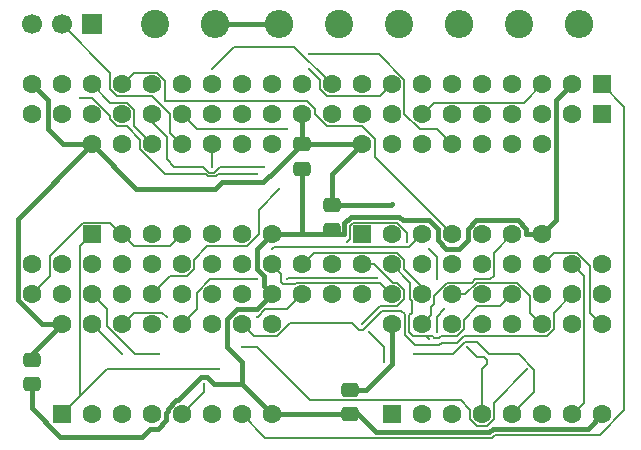
<source format=gbr>
%TF.GenerationSoftware,KiCad,Pcbnew,9.0.1*%
%TF.CreationDate,2025-04-10T22:20:42+03:00*%
%TF.ProjectId,Z80_card,5a38305f-6361-4726-942e-6b696361645f,rev?*%
%TF.SameCoordinates,Original*%
%TF.FileFunction,Copper,L2,Bot*%
%TF.FilePolarity,Positive*%
%FSLAX46Y46*%
G04 Gerber Fmt 4.6, Leading zero omitted, Abs format (unit mm)*
G04 Created by KiCad (PCBNEW 9.0.1) date 2025-04-10 22:20:42*
%MOMM*%
%LPD*%
G01*
G04 APERTURE LIST*
G04 Aperture macros list*
%AMRoundRect*
0 Rectangle with rounded corners*
0 $1 Rounding radius*
0 $2 $3 $4 $5 $6 $7 $8 $9 X,Y pos of 4 corners*
0 Add a 4 corners polygon primitive as box body*
4,1,4,$2,$3,$4,$5,$6,$7,$8,$9,$2,$3,0*
0 Add four circle primitives for the rounded corners*
1,1,$1+$1,$2,$3*
1,1,$1+$1,$4,$5*
1,1,$1+$1,$6,$7*
1,1,$1+$1,$8,$9*
0 Add four rect primitives between the rounded corners*
20,1,$1+$1,$2,$3,$4,$5,0*
20,1,$1+$1,$4,$5,$6,$7,0*
20,1,$1+$1,$6,$7,$8,$9,0*
20,1,$1+$1,$8,$9,$2,$3,0*%
G04 Aperture macros list end*
%TA.AperFunction,ComponentPad*%
%ADD10RoundRect,0.250000X0.550000X-0.550000X0.550000X0.550000X-0.550000X0.550000X-0.550000X-0.550000X0*%
%TD*%
%TA.AperFunction,ComponentPad*%
%ADD11C,1.600000*%
%TD*%
%TA.AperFunction,ComponentPad*%
%ADD12R,1.700000X1.700000*%
%TD*%
%TA.AperFunction,ComponentPad*%
%ADD13C,1.700000*%
%TD*%
%TA.AperFunction,ComponentPad*%
%ADD14C,2.400000*%
%TD*%
%TA.AperFunction,ComponentPad*%
%ADD15O,2.400000X2.400000*%
%TD*%
%TA.AperFunction,ComponentPad*%
%ADD16RoundRect,0.250000X-0.550000X0.550000X-0.550000X-0.550000X0.550000X-0.550000X0.550000X0.550000X0*%
%TD*%
%TA.AperFunction,SMDPad,CuDef*%
%ADD17RoundRect,0.250000X-0.475000X0.337500X-0.475000X-0.337500X0.475000X-0.337500X0.475000X0.337500X0*%
%TD*%
%TA.AperFunction,SMDPad,CuDef*%
%ADD18RoundRect,0.250000X0.475000X-0.337500X0.475000X0.337500X-0.475000X0.337500X-0.475000X-0.337500X0*%
%TD*%
%TA.AperFunction,ViaPad*%
%ADD19C,0.300000*%
%TD*%
%TA.AperFunction,Conductor*%
%ADD20C,0.400000*%
%TD*%
%TA.AperFunction,Conductor*%
%ADD21C,0.200000*%
%TD*%
G04 APERTURE END LIST*
D10*
%TO.P,D1,1,A*%
%TO.N,Net-(D1A-A)*%
X55880000Y-58420000D03*
D11*
%TO.P,D1,2,B*%
%TO.N,Net-(D1A-B)*%
X58420000Y-58420000D03*
%TO.P,D1,3,Y*%
%TO.N,/BLUE*%
X60960000Y-58420000D03*
%TO.P,D1,4,A*%
%TO.N,Net-(D1A-B)*%
X63500000Y-58420000D03*
%TO.P,D1,5,B*%
%TO.N,Net-(D1B-B)*%
X66040000Y-58420000D03*
%TO.P,D1,6,Y*%
%TO.N,unconnected-(D1B-Y-Pad6)*%
X68580000Y-58420000D03*
%TO.P,D1,7,GND*%
%TO.N,GND*%
X71120000Y-58420000D03*
%TO.P,D1,8,Y*%
%TO.N,/RED*%
X71120000Y-50800000D03*
%TO.P,D1,9,A*%
%TO.N,/~{WR}*%
X68580000Y-50800000D03*
%TO.P,D1,10,B*%
%TO.N,Net-(D1B-B)*%
X66040000Y-50800000D03*
%TO.P,D1,11,Y*%
%TO.N,/YELLOW*%
X63500000Y-50800000D03*
%TO.P,D1,12,A*%
%TO.N,/~{WR}*%
X60960000Y-50800000D03*
%TO.P,D1,13,B*%
%TO.N,Net-(D1A-A)*%
X58420000Y-50800000D03*
%TO.P,D1,14,VCC*%
%TO.N,+5V*%
X55880000Y-50800000D03*
%TD*%
D10*
%TO.P,D4,1,SEL*%
%TO.N,Net-(D1A-A)*%
X53340000Y-73660000D03*
D11*
%TO.P,D4,2,1A*%
%TO.N,/A3*%
X55880000Y-73660000D03*
%TO.P,D4,3,1B*%
%TO.N,/_A11*%
X58420000Y-73660000D03*
%TO.P,D4,4,1Y*%
%TO.N,/A11*%
X60960000Y-73660000D03*
%TO.P,D4,5,2A*%
%TO.N,/A2*%
X63500000Y-73660000D03*
%TO.P,D4,6,2B*%
%TO.N,/_A10*%
X66040000Y-73660000D03*
%TO.P,D4,7,2Y*%
%TO.N,/A10*%
X68580000Y-73660000D03*
%TO.P,D4,8,GND*%
%TO.N,GND*%
X71120000Y-73660000D03*
%TO.P,D4,9,3Y*%
%TO.N,/A9*%
X71120000Y-66040000D03*
%TO.P,D4,10,3B*%
%TO.N,/_A9*%
X68580000Y-66040000D03*
%TO.P,D4,11,3A*%
%TO.N,/A1*%
X66040000Y-66040000D03*
%TO.P,D4,12,4Y*%
%TO.N,/A8*%
X63500000Y-66040000D03*
%TO.P,D4,13,4B*%
%TO.N,/_A8*%
X60960000Y-66040000D03*
%TO.P,D4,14,4A*%
%TO.N,/A0*%
X58420000Y-66040000D03*
%TO.P,D4,15,~{OE}*%
%TO.N,/_HLDA*%
X55880000Y-66040000D03*
%TO.P,D4,16,VCC*%
%TO.N,+5V*%
X53340000Y-66040000D03*
%TD*%
D12*
%TO.P,J2,1,Pin_1*%
%TO.N,/RED*%
X55880000Y-40640000D03*
D13*
%TO.P,J2,2,Pin_2*%
%TO.N,/YELLOW*%
X53340000Y-40640000D03*
%TO.P,J2,3,Pin_3*%
%TO.N,/BLUE*%
X50800000Y-40640000D03*
%TD*%
D10*
%TO.P,D3,1,SEL*%
%TO.N,Net-(D1A-A)*%
X81280000Y-73660000D03*
D11*
%TO.P,D3,2,1A*%
%TO.N,/A7*%
X83820000Y-73660000D03*
%TO.P,D3,3,1B*%
%TO.N,/_A15*%
X86360000Y-73660000D03*
%TO.P,D3,4,1Y*%
%TO.N,/A15*%
X88900000Y-73660000D03*
%TO.P,D3,5,2A*%
%TO.N,/A6*%
X91440000Y-73660000D03*
%TO.P,D3,6,2B*%
%TO.N,/_A14*%
X93980000Y-73660000D03*
%TO.P,D3,7,2Y*%
%TO.N,/A14*%
X96520000Y-73660000D03*
%TO.P,D3,8,GND*%
%TO.N,GND*%
X99060000Y-73660000D03*
%TO.P,D3,9,3Y*%
%TO.N,/A13*%
X99060000Y-66040000D03*
%TO.P,D3,10,3B*%
%TO.N,/_A13*%
X96520000Y-66040000D03*
%TO.P,D3,11,3A*%
%TO.N,/A5*%
X93980000Y-66040000D03*
%TO.P,D3,12,4Y*%
%TO.N,/A12*%
X91440000Y-66040000D03*
%TO.P,D3,13,4B*%
%TO.N,/_A12*%
X88900000Y-66040000D03*
%TO.P,D3,14,4A*%
%TO.N,/A4*%
X86360000Y-66040000D03*
%TO.P,D3,15,~{OE}*%
%TO.N,/_HLDA*%
X83820000Y-66040000D03*
%TO.P,D3,16,VCC*%
%TO.N,+5V*%
X81280000Y-66040000D03*
%TD*%
D14*
%TO.P,R2,1,TOP*%
%TO.N,+5V*%
X92075000Y-40640000D03*
D15*
%TO.P,R2,2,BOT*%
%TO.N,/CLK*%
X97155000Y-40640000D03*
%TD*%
D14*
%TO.P,R1,1,TOP*%
%TO.N,Net-(R1-TOP)*%
X76835000Y-40640000D03*
D15*
%TO.P,R1,2,BOT*%
%TO.N,+5V*%
X71755000Y-40640000D03*
%TD*%
D14*
%TO.P,R3,1,TOP*%
%TO.N,Net-(D1B-B)*%
X81915000Y-40640000D03*
D15*
%TO.P,R3,2,BOT*%
%TO.N,+5V*%
X86995000Y-40640000D03*
%TD*%
D16*
%TO.P,J1,1,Pin_1*%
%TO.N,/A10*%
X99060000Y-45720000D03*
D11*
%TO.P,J1,2,Pin_2*%
%TO.N,GND*%
X96520000Y-45720000D03*
%TO.P,J1,3,Pin_3*%
%TO.N,/D4*%
X93980000Y-45720000D03*
%TO.P,J1,4,Pin_4*%
%TO.N,/D5*%
X91440000Y-45720000D03*
%TO.P,J1,5,Pin_5*%
%TO.N,/D6*%
X88900000Y-45720000D03*
%TO.P,J1,6,Pin_6*%
%TO.N,/D7*%
X86360000Y-45720000D03*
%TO.P,J1,7,Pin_7*%
%TO.N,/D3*%
X83820000Y-45720000D03*
%TO.P,J1,8,Pin_8*%
%TO.N,/D2*%
X81280000Y-45720000D03*
%TO.P,J1,9,Pin_9*%
%TO.N,/D1*%
X78740000Y-45720000D03*
%TO.P,J1,10,Pin_10*%
%TO.N,/D0*%
X76200000Y-45720000D03*
%TO.P,J1,11,Pin_11*%
%TO.N,/-5V*%
X73660000Y-45720000D03*
%TO.P,J1,12,Pin_12*%
%TO.N,/RESET*%
X71120000Y-45720000D03*
%TO.P,J1,13,Pin_13*%
%TO.N,/HLD*%
X68580000Y-45720000D03*
%TO.P,J1,14,Pin_14*%
%TO.N,/INT*%
X66040000Y-45720000D03*
%TO.P,J1,15,Pin_15*%
%TO.N,/C2*%
X63500000Y-45720000D03*
%TO.P,J1,16,Pin_16*%
%TO.N,/INTE*%
X60960000Y-45720000D03*
%TO.P,J1,17,Pin_17*%
%TO.N,/DBIN*%
X58420000Y-45720000D03*
%TO.P,J1,18,Pin_18*%
%TO.N,/~{WR}*%
X55880000Y-45720000D03*
%TO.P,J1,19,Pin_19*%
%TO.N,/SYN*%
X53340000Y-45720000D03*
%TO.P,J1,20,Pin_20*%
%TO.N,+5V*%
X50800000Y-45720000D03*
%TO.P,J1,21,Pin_21*%
%TO.N,/_HLDA*%
X50800000Y-60960000D03*
%TO.P,J1,22,Pin_22*%
%TO.N,/C1*%
X53340000Y-60960000D03*
%TO.P,J1,23,Pin_23*%
%TO.N,/RDY*%
X55880000Y-60960000D03*
%TO.P,J1,24,Pin_24*%
%TO.N,/WI*%
X58420000Y-60960000D03*
%TO.P,J1,25,Pin_25*%
%TO.N,/A0*%
X60960000Y-60960000D03*
%TO.P,J1,26,Pin_26*%
%TO.N,/A1*%
X63500000Y-60960000D03*
%TO.P,J1,27,Pin_27*%
%TO.N,/A2*%
X66040000Y-60960000D03*
%TO.P,J1,28,Pin_28*%
%TO.N,/+12V*%
X68580000Y-60960000D03*
%TO.P,J1,29,Pin_29*%
%TO.N,/A3*%
X71120000Y-60960000D03*
%TO.P,J1,30,Pin_30*%
%TO.N,/A4*%
X73660000Y-60960000D03*
%TO.P,J1,31,Pin_31*%
%TO.N,/A5*%
X76200000Y-60960000D03*
%TO.P,J1,32,Pin_32*%
%TO.N,/A6*%
X78740000Y-60960000D03*
%TO.P,J1,33,Pin_33*%
%TO.N,/A7*%
X81280000Y-60960000D03*
%TO.P,J1,34,Pin_34*%
%TO.N,/A8*%
X83820000Y-60960000D03*
%TO.P,J1,35,Pin_35*%
%TO.N,/A9*%
X86360000Y-60960000D03*
%TO.P,J1,36,Pin_36*%
%TO.N,/A15*%
X88900000Y-60960000D03*
%TO.P,J1,37,Pin_37*%
%TO.N,/A12*%
X91440000Y-60960000D03*
%TO.P,J1,38,Pin_38*%
%TO.N,/A13*%
X93980000Y-60960000D03*
%TO.P,J1,39,Pin_39*%
%TO.N,/A14*%
X96520000Y-60960000D03*
%TO.P,J1,40,Pin_40*%
%TO.N,/A11*%
X99060000Y-60960000D03*
%TD*%
D14*
%TO.P,R4,1,TOP*%
%TO.N,Net-(D1A-A)*%
X61260000Y-40640000D03*
D15*
%TO.P,R4,2,BOT*%
%TO.N,+5V*%
X66340000Y-40640000D03*
%TD*%
D16*
%TO.P,U1,1,A11*%
%TO.N,/_A11*%
X99060000Y-48260000D03*
D11*
%TO.P,U1,2,A12*%
%TO.N,/_A12*%
X96520000Y-48260000D03*
%TO.P,U1,3,A13*%
%TO.N,/_A13*%
X93980000Y-48260000D03*
%TO.P,U1,4,A14*%
%TO.N,/_A14*%
X91440000Y-48260000D03*
%TO.P,U1,5,A15*%
%TO.N,/_A15*%
X88900000Y-48260000D03*
%TO.P,U1,6,CLK*%
%TO.N,/CLK*%
X86360000Y-48260000D03*
%TO.P,U1,7,D4*%
%TO.N,/D4*%
X83820000Y-48260000D03*
%TO.P,U1,8,D3*%
%TO.N,/D3*%
X81280000Y-48260000D03*
%TO.P,U1,9,D5*%
%TO.N,/D5*%
X78740000Y-48260000D03*
%TO.P,U1,10,D6*%
%TO.N,/D6*%
X76200000Y-48260000D03*
%TO.P,U1,11,VCC*%
%TO.N,+5V*%
X73660000Y-48260000D03*
%TO.P,U1,12,D2*%
%TO.N,/D2*%
X71120000Y-48260000D03*
%TO.P,U1,13,D7*%
%TO.N,/D7*%
X68580000Y-48260000D03*
%TO.P,U1,14,D0*%
%TO.N,/D0*%
X66040000Y-48260000D03*
%TO.P,U1,15,D1*%
%TO.N,/D1*%
X63500000Y-48260000D03*
%TO.P,U1,16,~{INT}*%
%TO.N,Net-(D2A-Y)*%
X60960000Y-48260000D03*
%TO.P,U1,17,~{NMI}*%
%TO.N,Net-(R1-TOP)*%
X58420000Y-48260000D03*
%TO.P,U1,18,~{HALT}*%
%TO.N,unconnected-(U1-~{HALT}-Pad18)*%
X55880000Y-48260000D03*
%TO.P,U1,19,~{MREQ}*%
%TO.N,Net-(D1B-B)*%
X53340000Y-48260000D03*
%TO.P,U1,20,~{IORQ}*%
%TO.N,Net-(D1A-A)*%
X50800000Y-48260000D03*
%TO.P,U1,21,~{RD}*%
%TO.N,Net-(D1A-B)*%
X50800000Y-63500000D03*
%TO.P,U1,22,~{WR}*%
%TO.N,/~{WR}*%
X53340000Y-63500000D03*
%TO.P,U1,23,~{BUSACK}*%
%TO.N,Net-(D2C-A)*%
X55880000Y-63500000D03*
%TO.P,U1,24,~{WAIT}*%
%TO.N,/RDY*%
X58420000Y-63500000D03*
%TO.P,U1,25,~{BUSREQ}*%
%TO.N,Net-(D2F-Y)*%
X60960000Y-63500000D03*
%TO.P,U1,26,~{RESET}*%
%TO.N,/~{RESET}*%
X63500000Y-63500000D03*
%TO.P,U1,27,~{M1}*%
%TO.N,unconnected-(U1-~{M1}-Pad27)*%
X66040000Y-63500000D03*
%TO.P,U1,28,~{RFSH}*%
%TO.N,unconnected-(U1-~{RFSH}-Pad28)*%
X68580000Y-63500000D03*
%TO.P,U1,29,GND*%
%TO.N,GND*%
X71120000Y-63500000D03*
%TO.P,U1,30,A0*%
%TO.N,/A0*%
X73660000Y-63500000D03*
%TO.P,U1,31,A1*%
%TO.N,/A1*%
X76200000Y-63500000D03*
%TO.P,U1,32,A2*%
%TO.N,/A2*%
X78740000Y-63500000D03*
%TO.P,U1,33,A3*%
%TO.N,/A3*%
X81280000Y-63500000D03*
%TO.P,U1,34,A4*%
%TO.N,/A4*%
X83820000Y-63500000D03*
%TO.P,U1,35,A5*%
%TO.N,/A5*%
X86360000Y-63500000D03*
%TO.P,U1,36,A6*%
%TO.N,/A6*%
X88900000Y-63500000D03*
%TO.P,U1,37,A7*%
%TO.N,/A7*%
X91440000Y-63500000D03*
%TO.P,U1,38,A8*%
%TO.N,/_A8*%
X93980000Y-63500000D03*
%TO.P,U1,39,A9*%
%TO.N,/_A9*%
X96520000Y-63500000D03*
%TO.P,U1,40,A10*%
%TO.N,/_A10*%
X99060000Y-63500000D03*
%TD*%
D10*
%TO.P,D2,1,A*%
%TO.N,/INT*%
X78740000Y-58420000D03*
D11*
%TO.P,D2,2,Y*%
%TO.N,Net-(D2A-Y)*%
X81280000Y-58420000D03*
%TO.P,D2,3,A*%
%TO.N,Net-(D1A-B)*%
X83820000Y-58420000D03*
%TO.P,D2,4,Y*%
%TO.N,/DBIN*%
X86360000Y-58420000D03*
%TO.P,D2,5,A*%
%TO.N,Net-(D2C-A)*%
X88900000Y-58420000D03*
%TO.P,D2,6,Y*%
%TO.N,/_HLDA*%
X91440000Y-58420000D03*
%TO.P,D2,7,GND*%
%TO.N,GND*%
X93980000Y-58420000D03*
%TO.P,D2,8,Y*%
%TO.N,unconnected-(D2D-Y-Pad8)*%
X93980000Y-50800000D03*
%TO.P,D2,9,A*%
%TO.N,unconnected-(D2D-A-Pad9)*%
X91440000Y-50800000D03*
%TO.P,D2,10,Y*%
%TO.N,/~{RESET}*%
X88900000Y-50800000D03*
%TO.P,D2,11,A*%
%TO.N,/RESET*%
X86360000Y-50800000D03*
%TO.P,D2,12,Y*%
%TO.N,Net-(D2F-Y)*%
X83820000Y-50800000D03*
%TO.P,D2,13,A*%
%TO.N,/HLD*%
X81280000Y-50800000D03*
%TO.P,D2,14,VCC*%
%TO.N,+5V*%
X78740000Y-50800000D03*
%TD*%
D17*
%TO.P,C3,1*%
%TO.N,+5V*%
X50800000Y-69045000D03*
%TO.P,C3,2*%
%TO.N,GND*%
X50800000Y-71120000D03*
%TD*%
D18*
%TO.P,C1,1*%
%TO.N,GND*%
X73660000Y-52875000D03*
%TO.P,C1,2*%
%TO.N,+5V*%
X73660000Y-50800000D03*
%TD*%
D17*
%TO.P,C4,1*%
%TO.N,+5V*%
X77702500Y-71585000D03*
%TO.P,C4,2*%
%TO.N,GND*%
X77702500Y-73660000D03*
%TD*%
%TO.P,C2,1*%
%TO.N,+5V*%
X76200000Y-55962500D03*
%TO.P,C2,2*%
%TO.N,GND*%
X76200000Y-58037500D03*
%TD*%
D19*
%TO.N,+5V*%
X81280000Y-55880000D03*
%TO.N,Net-(D1B-B)*%
X66040000Y-52705000D03*
%TO.N,Net-(D1A-A)*%
X66675000Y-69850000D03*
%TO.N,/D1*%
X72390000Y-49530000D03*
%TO.N,/RESET*%
X74295000Y-43180000D03*
%TO.N,/A15*%
X87630000Y-67945000D03*
%TO.N,/A8*%
X72390000Y-62230000D03*
X69850000Y-62230000D03*
X80010000Y-62097000D03*
%TO.N,/D0*%
X66040000Y-44450000D03*
%TO.N,/_HLDA*%
X58420000Y-68580000D03*
%TO.N,/D2*%
X74295000Y-44450000D03*
%TO.N,/A7*%
X84455000Y-67310000D03*
%TO.N,/A6*%
X83185000Y-68580000D03*
X80645000Y-69215000D03*
X78740000Y-66040000D03*
X79375000Y-66675000D03*
X88900000Y-67945000D03*
%TO.N,/A2*%
X65405000Y-71120000D03*
%TO.N,/A5*%
X85090000Y-62230000D03*
X84455000Y-59690000D03*
X82550000Y-59055000D03*
X77470000Y-59055000D03*
X76200000Y-60960000D03*
%TO.N,/A0*%
X62230000Y-65405000D03*
X69850000Y-65405000D03*
%TO.N,/_A8*%
X68580000Y-67945000D03*
X92710000Y-69850000D03*
%TO.N,Net-(D1A-B)*%
X71120000Y-59690000D03*
%TO.N,Net-(D2F-Y)*%
X71755000Y-54610000D03*
%TO.N,Net-(D2A-Y)*%
X70485000Y-52705000D03*
%TO.N,Net-(D2C-A)*%
X85090000Y-66675000D03*
X85725000Y-64770000D03*
X61595000Y-68580000D03*
%TO.N,/RED*%
X54846741Y-46857152D03*
X69850000Y-53340000D03*
%TD*%
D20*
%TO.N,+5V*%
X70412894Y-53975000D02*
X66888529Y-53975000D01*
X49599000Y-57081000D02*
X49599000Y-63997471D01*
X76200000Y-55962500D02*
X81197500Y-55962500D01*
X51641529Y-66040000D02*
X53340000Y-66040000D01*
X79123529Y-71585000D02*
X81280000Y-69428529D01*
X50800000Y-45720000D02*
X52139000Y-47059000D01*
X73660000Y-50800000D02*
X73660000Y-48260000D01*
X81197500Y-55962500D02*
X81280000Y-55880000D01*
X71755000Y-40640000D02*
X66340000Y-40640000D01*
X77702500Y-71585000D02*
X79123529Y-71585000D01*
X59655000Y-54575000D02*
X55880000Y-50800000D01*
X73660000Y-50800000D02*
X70985000Y-53475000D01*
X76200000Y-55962500D02*
X76200000Y-53340000D01*
X66288529Y-54575000D02*
X59655000Y-54575000D01*
X55880000Y-50800000D02*
X49599000Y-57081000D01*
X66888529Y-53975000D02*
X66288529Y-54575000D01*
X50800000Y-68580000D02*
X50800000Y-69045000D01*
X76200000Y-53340000D02*
X78740000Y-50800000D01*
X52139000Y-47059000D02*
X52139000Y-49461000D01*
X52139000Y-49461000D02*
X53478000Y-50800000D01*
X70985000Y-53475000D02*
X70912894Y-53475000D01*
X73660000Y-50800000D02*
X78740000Y-50800000D01*
X49599000Y-63997471D02*
X51641529Y-66040000D01*
X81280000Y-69428529D02*
X81280000Y-66040000D01*
X53478000Y-50800000D02*
X55880000Y-50800000D01*
X70912894Y-53475000D02*
X70412894Y-53975000D01*
X53340000Y-66040000D02*
X50800000Y-68580000D01*
D21*
%TO.N,Net-(D1B-B)*%
X66040000Y-52705000D02*
X66040000Y-50800000D01*
%TO.N,Net-(D1A-A)*%
X57150000Y-69850000D02*
X53340000Y-73660000D01*
X66675000Y-69850000D02*
X57150000Y-69850000D01*
X53340000Y-73660000D02*
X54879000Y-72121000D01*
X54879000Y-72121000D02*
X54879000Y-59421000D01*
X54879000Y-59421000D02*
X55880000Y-58420000D01*
%TO.N,/A13*%
X98059000Y-61083372D02*
X98059000Y-65039000D01*
X96934628Y-59959000D02*
X98059000Y-61083372D01*
X94981000Y-59959000D02*
X96934628Y-59959000D01*
X98059000Y-65039000D02*
X99060000Y-66040000D01*
X93980000Y-60960000D02*
X94981000Y-59959000D01*
%TO.N,/D1*%
X64770000Y-49530000D02*
X72390000Y-49530000D01*
X63500000Y-48260000D02*
X64770000Y-49530000D01*
D20*
%TO.N,GND*%
X68580000Y-71120000D02*
X66253529Y-71120000D01*
X88402529Y-57219000D02*
X91937471Y-57219000D01*
X82201734Y-57219000D02*
X84450480Y-57219000D01*
X62161000Y-73515471D02*
X62161000Y-74157471D01*
X81901734Y-56919000D02*
X82201734Y-57219000D01*
X79928500Y-75161000D02*
X89521735Y-75161000D01*
X70450000Y-61981471D02*
X69850000Y-61381471D01*
X75817500Y-58420000D02*
X76200000Y-58037500D01*
X85159000Y-57927520D02*
X85159000Y-58917471D01*
X95181000Y-57219000D02*
X95181000Y-47059000D01*
X85862529Y-59621000D02*
X86995471Y-59621000D01*
X76582500Y-58420000D02*
X77239000Y-58420000D01*
X66253529Y-71120000D02*
X65653529Y-70520000D01*
X84450480Y-57219000D02*
X85159000Y-57927520D01*
X77239000Y-58420000D02*
X77239000Y-57469156D01*
X97859000Y-74861000D02*
X99060000Y-73660000D01*
X62299000Y-73162529D02*
X62299000Y-73377471D01*
X60111471Y-75565000D02*
X53217420Y-75565000D01*
X69850000Y-64770000D02*
X71120000Y-63500000D01*
X92641000Y-58420000D02*
X93980000Y-58420000D01*
X76200000Y-58037500D02*
X76582500Y-58420000D01*
X91937471Y-57219000D02*
X92641000Y-57922529D01*
X95181000Y-47059000D02*
X96520000Y-45720000D01*
X67310000Y-65611529D02*
X68151529Y-64770000D01*
X77789156Y-56919000D02*
X81901734Y-56919000D01*
X87699000Y-58917471D02*
X87699000Y-57922529D01*
X65156471Y-70520000D02*
X63217471Y-72459000D01*
X71120000Y-58420000D02*
X73660000Y-58420000D01*
X73660000Y-58420000D02*
X75817500Y-58420000D01*
X70450000Y-62830000D02*
X70450000Y-61981471D01*
X77702500Y-73660000D02*
X78427500Y-73660000D01*
X68580000Y-71120000D02*
X68580000Y-69215000D01*
X67310000Y-67945000D02*
X67310000Y-65611529D01*
X85159000Y-58917471D02*
X85862529Y-59621000D01*
X62299000Y-73377471D02*
X62161000Y-73515471D01*
X60815471Y-74861000D02*
X60111471Y-75565000D01*
X63217471Y-72459000D02*
X63002529Y-72459000D01*
X61457471Y-74861000D02*
X60815471Y-74861000D01*
X63002529Y-72459000D02*
X62299000Y-73162529D01*
X69850000Y-61381471D02*
X69850000Y-59690000D01*
X73660000Y-58420000D02*
X73660000Y-52875000D01*
X93980000Y-58420000D02*
X95181000Y-57219000D01*
X69850000Y-59690000D02*
X71120000Y-58420000D01*
X87699000Y-57922529D02*
X88402529Y-57219000D01*
X77239000Y-57469156D02*
X77789156Y-56919000D01*
X68151529Y-64770000D02*
X69850000Y-64770000D01*
X65653529Y-70520000D02*
X65156471Y-70520000D01*
X92641000Y-57922529D02*
X92641000Y-58420000D01*
X53217420Y-75565000D02*
X50800000Y-73147580D01*
X89521735Y-75161000D02*
X89821734Y-74861000D01*
X62161000Y-74157471D02*
X61457471Y-74861000D01*
X89821734Y-74861000D02*
X97859000Y-74861000D01*
X86995471Y-59621000D02*
X87699000Y-58917471D01*
X71120000Y-63500000D02*
X70450000Y-62830000D01*
X78427500Y-73660000D02*
X79928500Y-75161000D01*
X68580000Y-69215000D02*
X67310000Y-67945000D01*
X71120000Y-73660000D02*
X77702500Y-73660000D01*
X68580000Y-71120000D02*
X71120000Y-73660000D01*
X50800000Y-73147580D02*
X50800000Y-71120000D01*
D21*
%TO.N,/RESET*%
X83674372Y-49530000D02*
X85090000Y-49530000D01*
X74295000Y-43180000D02*
X80155628Y-43180000D01*
X82329628Y-45354000D02*
X82329628Y-48185256D01*
X82329628Y-48185256D02*
X83674372Y-49530000D01*
X85090000Y-49530000D02*
X86360000Y-50800000D01*
X80155628Y-43180000D02*
X82329628Y-45354000D01*
%TO.N,/A15*%
X89300000Y-69380685D02*
X88900000Y-69780685D01*
X89300000Y-69049315D02*
X89300000Y-69380685D01*
X88900000Y-69780685D02*
X88900000Y-73660000D01*
X87630000Y-67945000D02*
X88500000Y-68815000D01*
X88500000Y-68815000D02*
X89065685Y-68815000D01*
X89065685Y-68815000D02*
X89300000Y-69049315D01*
%TO.N,/A8*%
X65894372Y-62230000D02*
X64770000Y-63354372D01*
X80010000Y-62097000D02*
X72523000Y-62097000D01*
X64770000Y-63354372D02*
X64770000Y-64770000D01*
X64770000Y-64770000D02*
X63500000Y-66040000D01*
X69850000Y-62230000D02*
X65894372Y-62230000D01*
X72523000Y-62097000D02*
X72390000Y-62230000D01*
%TO.N,/~{WR}*%
X59421000Y-47845372D02*
X59421000Y-49261000D01*
X58834628Y-47259000D02*
X59421000Y-47845372D01*
X59421000Y-49261000D02*
X60960000Y-50800000D01*
X57419000Y-47259000D02*
X58834628Y-47259000D01*
X55880000Y-45720000D02*
X57419000Y-47259000D01*
%TO.N,/D0*%
X73025000Y-42545000D02*
X67945000Y-42545000D01*
X76200000Y-45720000D02*
X73025000Y-42545000D01*
X67945000Y-42545000D02*
X66040000Y-44450000D01*
%TO.N,/_HLDA*%
X84619999Y-64532894D02*
X84619999Y-65240001D01*
X88061108Y-62499000D02*
X85945372Y-62499000D01*
X88361108Y-62199000D02*
X88061108Y-62499000D01*
X58420000Y-68580000D02*
X55880000Y-66040000D01*
X85945372Y-62499000D02*
X84821000Y-63623372D01*
X89614628Y-62199000D02*
X88361108Y-62199000D01*
X89901000Y-61912628D02*
X89614628Y-62199000D01*
X84821000Y-63623372D02*
X84821000Y-64331893D01*
X84821000Y-64331893D02*
X84619999Y-64532894D01*
X84619999Y-65240001D02*
X83820000Y-66040000D01*
X91440000Y-58420000D02*
X89901000Y-59959000D01*
X89901000Y-59959000D02*
X89901000Y-61912628D01*
%TO.N,/D2*%
X80279000Y-46721000D02*
X81280000Y-45720000D01*
X75199000Y-46134628D02*
X75785372Y-46721000D01*
X74295000Y-44450000D02*
X75199000Y-45354000D01*
X75785372Y-46721000D02*
X80279000Y-46721000D01*
X75199000Y-45354000D02*
X75199000Y-46134628D01*
%TO.N,/A7*%
X87361000Y-65625372D02*
X88485372Y-64501000D01*
X90439000Y-64501000D02*
X91440000Y-63500000D01*
X84234628Y-67041000D02*
X84748893Y-67041000D01*
X82819000Y-63914628D02*
X82819000Y-62499000D01*
X84234628Y-67089628D02*
X84455000Y-67310000D01*
X85431107Y-67041000D02*
X86774628Y-67041000D01*
X84882893Y-67175000D02*
X85297107Y-67175000D01*
X82950000Y-64045628D02*
X82819000Y-63914628D01*
X84234628Y-67041000D02*
X83093736Y-67041000D01*
X84234628Y-67041000D02*
X84234628Y-67089628D01*
X88485372Y-64501000D02*
X90439000Y-64501000D01*
X85297107Y-67175000D02*
X85431107Y-67041000D01*
X84748893Y-67041000D02*
X84882893Y-67175000D01*
X86774628Y-67041000D02*
X87361000Y-66454628D01*
X87361000Y-66454628D02*
X87361000Y-65625372D01*
X83093736Y-67041000D02*
X82755401Y-66702665D01*
X82755401Y-66702665D02*
X82755401Y-65270000D01*
X82819000Y-62499000D02*
X81280000Y-60960000D01*
X82755401Y-65270000D02*
X82950000Y-65075401D01*
X82950000Y-65075401D02*
X82950000Y-64045628D01*
%TO.N,/A3*%
X71919999Y-62467106D02*
X72082893Y-62630000D01*
X73114372Y-62630000D02*
X73245372Y-62499000D01*
X71919999Y-61759999D02*
X71919999Y-62467106D01*
X72082893Y-62630000D02*
X73114372Y-62630000D01*
X71120000Y-60960000D02*
X71919999Y-61759999D01*
X73245372Y-62499000D02*
X80279000Y-62499000D01*
X80279000Y-62499000D02*
X81280000Y-63500000D01*
%TO.N,/A10*%
X70581000Y-75661000D02*
X68580000Y-73660000D01*
X100965000Y-73312050D02*
X98915050Y-75362000D01*
X99060000Y-45720000D02*
X100965000Y-47625000D01*
X89728842Y-75661000D02*
X70581000Y-75661000D01*
X100965000Y-47625000D02*
X100965000Y-73312050D01*
X98915050Y-75362000D02*
X90027841Y-75362000D01*
X90027841Y-75362000D02*
X89728842Y-75661000D01*
%TO.N,/A6*%
X81694628Y-62499000D02*
X82281000Y-63085372D01*
X83185000Y-68580000D02*
X86427900Y-68580000D01*
X93345000Y-71755000D02*
X93345000Y-69917900D01*
X86427900Y-68580000D02*
X87463900Y-67544000D01*
X82281000Y-63914628D02*
X81694628Y-64501000D01*
X89535000Y-68580000D02*
X88900000Y-67945000D01*
X80645000Y-67945000D02*
X79375000Y-66675000D01*
X91440000Y-73660000D02*
X93345000Y-71755000D01*
X92007100Y-68580000D02*
X89535000Y-68580000D01*
X81339678Y-62499000D02*
X81694628Y-62499000D01*
X87463900Y-67544000D02*
X88499000Y-67544000D01*
X78740000Y-60960000D02*
X79800678Y-60960000D01*
X82281000Y-63085372D02*
X82281000Y-63914628D01*
X80645000Y-67945000D02*
X80645000Y-69215000D01*
X93345000Y-69917900D02*
X92007100Y-68580000D01*
X81694628Y-64501000D02*
X80279000Y-64501000D01*
X79800678Y-60960000D02*
X81339678Y-62499000D01*
X80279000Y-64501000D02*
X78740000Y-66040000D01*
X88499000Y-67544000D02*
X88900000Y-67945000D01*
%TO.N,/A2*%
X65405000Y-71755000D02*
X65405000Y-71120000D01*
X63500000Y-73660000D02*
X65405000Y-71755000D01*
%TO.N,/A14*%
X96520000Y-60960000D02*
X97521000Y-61961000D01*
X97521000Y-61961000D02*
X97521000Y-72659000D01*
X97521000Y-72659000D02*
X96520000Y-73660000D01*
%TO.N,/D4*%
X83820000Y-48260000D02*
X84821000Y-47259000D01*
X84821000Y-47259000D02*
X92441000Y-47259000D01*
X92441000Y-47259000D02*
X93980000Y-45720000D01*
%TO.N,/A4*%
X74661000Y-59959000D02*
X73660000Y-60960000D01*
X83820000Y-63500000D02*
X83820000Y-62913628D01*
X82281000Y-60545372D02*
X81694628Y-59959000D01*
X81694628Y-59959000D02*
X74661000Y-59959000D01*
X83820000Y-62913628D02*
X82281000Y-61374628D01*
X82281000Y-61374628D02*
X82281000Y-60545372D01*
%TO.N,/A5*%
X81694628Y-57419000D02*
X82550000Y-58274372D01*
X85090000Y-60325000D02*
X85090000Y-62230000D01*
X88485372Y-62499000D02*
X91854628Y-62499000D01*
X77739000Y-58786000D02*
X77739000Y-57677676D01*
X77739000Y-57677676D02*
X77997676Y-57419000D01*
X77470000Y-59055000D02*
X77739000Y-58786000D01*
X86360000Y-63500000D02*
X87484372Y-63500000D01*
X92979000Y-65039000D02*
X93980000Y-66040000D01*
X84455000Y-59690000D02*
X85090000Y-60325000D01*
X77997676Y-57419000D02*
X81694628Y-57419000D01*
X87484372Y-63500000D02*
X88485372Y-62499000D01*
X92979000Y-63623372D02*
X92979000Y-65039000D01*
X91854628Y-62499000D02*
X92979000Y-63623372D01*
X82550000Y-58274372D02*
X82550000Y-59055000D01*
%TO.N,/DBIN*%
X74116050Y-47159000D02*
X62061000Y-47159000D01*
X79841000Y-50343950D02*
X78758050Y-49261000D01*
X62061000Y-45405372D02*
X61374628Y-44719000D01*
X75762000Y-49261000D02*
X74761000Y-48260000D01*
X74761000Y-48260000D02*
X74761000Y-47803950D01*
X78758050Y-49261000D02*
X75762000Y-49261000D01*
X59421000Y-44719000D02*
X58420000Y-45720000D01*
X86360000Y-58420000D02*
X79841000Y-51901000D01*
X74761000Y-47803950D02*
X74116050Y-47159000D01*
X79841000Y-51901000D02*
X79841000Y-50343950D01*
X62061000Y-47159000D02*
X62061000Y-45405372D01*
X61374628Y-44719000D02*
X59421000Y-44719000D01*
%TO.N,/A0*%
X73660000Y-63500000D02*
X72390000Y-64770000D01*
X61864000Y-65039000D02*
X59421000Y-65039000D01*
X69923520Y-65405000D02*
X69850000Y-65405000D01*
X72390000Y-64770000D02*
X70558520Y-64770000D01*
X62230000Y-65405000D02*
X61864000Y-65039000D01*
X59421000Y-65039000D02*
X58420000Y-66040000D01*
X70558520Y-64770000D02*
X69923520Y-65405000D01*
%TO.N,/_A8*%
X68580000Y-67945000D02*
X69850000Y-67945000D01*
X89314628Y-74661000D02*
X89901000Y-74074628D01*
X74378500Y-72473500D02*
X87127128Y-72473500D01*
X89901000Y-74074628D02*
X89901000Y-72659000D01*
X88485372Y-74661000D02*
X89314628Y-74661000D01*
X69850000Y-67945000D02*
X74378500Y-72473500D01*
X89901000Y-72659000D02*
X92710000Y-69850000D01*
X87899000Y-74074628D02*
X88485372Y-74661000D01*
X87127128Y-72473500D02*
X87899000Y-73245372D01*
X87899000Y-73245372D02*
X87899000Y-74074628D01*
%TO.N,/_A9*%
X82094628Y-64901000D02*
X82381000Y-65187372D01*
X82381000Y-65187372D02*
X82381000Y-66930264D01*
X85497107Y-67610000D02*
X86832214Y-67610000D01*
X82381000Y-66930264D02*
X83260736Y-67810000D01*
X87401214Y-67041000D02*
X94394628Y-67041000D01*
X71534628Y-67041000D02*
X72670628Y-65905000D01*
X94394628Y-67041000D02*
X94981000Y-66454628D01*
X94981000Y-65039000D02*
X96520000Y-63500000D01*
X78805686Y-66540000D02*
X80444686Y-64901000D01*
X69581000Y-67041000D02*
X71534628Y-67041000D01*
X80444686Y-64901000D02*
X82094628Y-64901000D01*
X77897893Y-65905000D02*
X78532893Y-66540000D01*
X83260736Y-67810000D02*
X85297107Y-67810000D01*
X72670628Y-65905000D02*
X77897893Y-65905000D01*
X94981000Y-66454628D02*
X94981000Y-65039000D01*
X78532893Y-66540000D02*
X78805686Y-66540000D01*
X86832214Y-67610000D02*
X87401214Y-67041000D01*
X85297107Y-67810000D02*
X85497107Y-67610000D01*
X68580000Y-66040000D02*
X69581000Y-67041000D01*
%TO.N,Net-(D1A-B)*%
X50800000Y-63500000D02*
X52339000Y-61961000D01*
X52339000Y-60216262D02*
X55136262Y-57419000D01*
X57419000Y-57419000D02*
X58420000Y-58420000D01*
X52339000Y-61961000D02*
X52339000Y-60216262D01*
X55136262Y-57419000D02*
X57419000Y-57419000D01*
X83820000Y-58420000D02*
X82719000Y-59521000D01*
X62499000Y-59421000D02*
X59421000Y-59421000D01*
X82719000Y-59521000D02*
X71289000Y-59521000D01*
X59421000Y-59421000D02*
X58420000Y-58420000D01*
X71289000Y-59521000D02*
X71120000Y-59690000D01*
X63500000Y-58420000D02*
X62499000Y-59421000D01*
%TO.N,Net-(D2F-Y)*%
X64501000Y-61374628D02*
X64501000Y-60545372D01*
X60960000Y-63500000D02*
X62499000Y-61961000D01*
X69018000Y-59421000D02*
X70019000Y-58420000D01*
X63914628Y-61961000D02*
X64501000Y-61374628D01*
X64501000Y-60545372D02*
X65625372Y-59421000D01*
X65625372Y-59421000D02*
X69018000Y-59421000D01*
X70019000Y-56346000D02*
X71755000Y-54610000D01*
X70019000Y-58420000D02*
X70019000Y-56346000D01*
X62499000Y-61961000D02*
X63914628Y-61961000D01*
%TO.N,Net-(D2A-Y)*%
X60960000Y-48895000D02*
X60960000Y-48260000D01*
X66247107Y-53205000D02*
X65832893Y-53205000D01*
X70485000Y-52705000D02*
X66747107Y-52705000D01*
X62865000Y-52705000D02*
X62230000Y-52070000D01*
X65332893Y-52705000D02*
X62865000Y-52705000D01*
X62230000Y-52070000D02*
X62230000Y-50165000D01*
X65832893Y-53205000D02*
X65332893Y-52705000D01*
X66747107Y-52705000D02*
X66247107Y-53205000D01*
X62230000Y-50165000D02*
X60960000Y-48895000D01*
%TO.N,Net-(D2C-A)*%
X85090000Y-65405000D02*
X85090000Y-66675000D01*
X59544372Y-68580000D02*
X57150000Y-66185628D01*
X57150000Y-64770000D02*
X55880000Y-63500000D01*
X85725000Y-64770000D02*
X85090000Y-65405000D01*
X57150000Y-66185628D02*
X57150000Y-64770000D01*
X61595000Y-68580000D02*
X59544372Y-68580000D01*
%TO.N,/RED*%
X57419000Y-48674628D02*
X58005372Y-49261000D01*
X66371371Y-53505000D02*
X66536371Y-53340000D01*
X54846741Y-46857152D02*
X55892780Y-46857152D01*
X55892780Y-46857152D02*
X57419000Y-48383372D01*
X58005372Y-49261000D02*
X58834628Y-49261000D01*
X59959000Y-50385372D02*
X59959000Y-51214628D01*
X66536371Y-53340000D02*
X69850000Y-53340000D01*
X65543629Y-53340000D02*
X65708629Y-53505000D01*
X57419000Y-48383372D02*
X57419000Y-48674628D01*
X58834628Y-49261000D02*
X59959000Y-50385372D01*
X59959000Y-51214628D02*
X62084372Y-53340000D01*
X62084372Y-53340000D02*
X65543629Y-53340000D01*
X65708629Y-53505000D02*
X66371371Y-53505000D01*
%TO.N,/YELLOW*%
X62499000Y-49799000D02*
X63500000Y-50800000D01*
X58005372Y-46721000D02*
X60960000Y-46721000D01*
X57419000Y-46134628D02*
X58005372Y-46721000D01*
X57419000Y-44719000D02*
X57419000Y-46134628D01*
X62499000Y-48260000D02*
X62499000Y-49799000D01*
X60960000Y-46721000D02*
X62499000Y-48260000D01*
X53340000Y-40640000D02*
X57419000Y-44719000D01*
%TD*%
M02*

</source>
